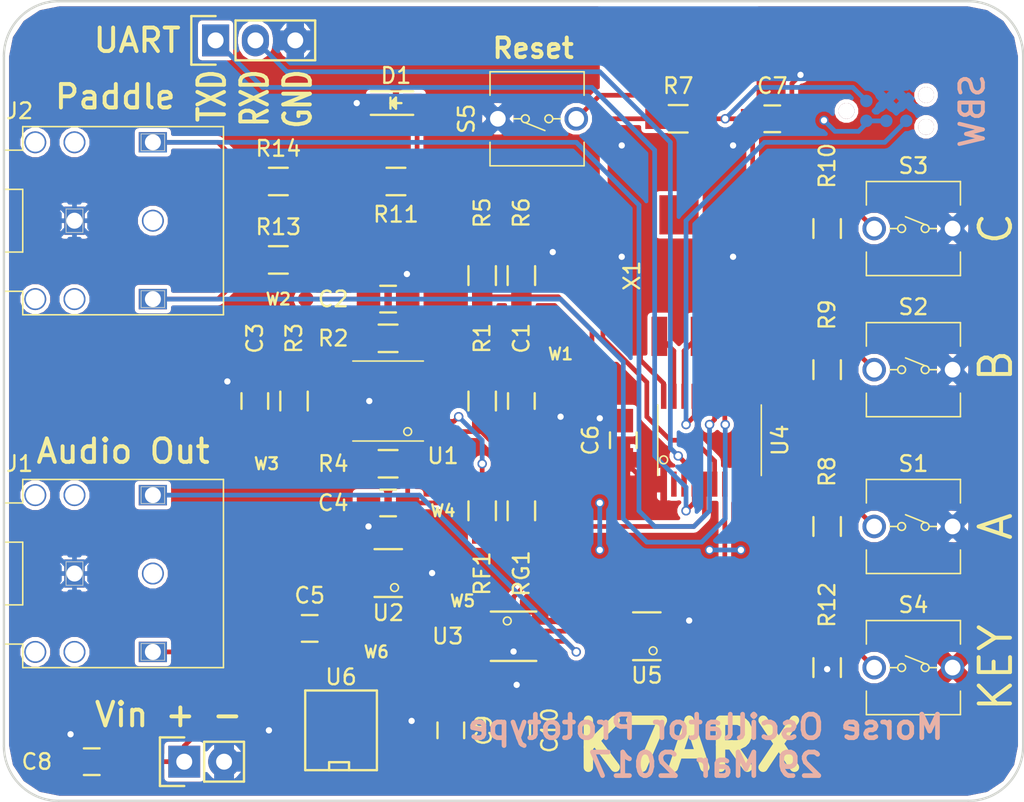
<source format=kicad_pcb>
(kicad_pcb (version 4) (host pcbnew 4.0.5)
  (layers (0 F.Cu signal) (31 B.Cu signal) (34 B.Paste user) (35 F.Paste user) (36 B.SilkS user) (37 F.SilkS user) (38 B.Mask user) (39 F.Mask user) (44 Edge.Cuts user))
  (net 0 "")
  (net 1 "Net-(C1-Pad1)")
  (net 2 GND)
  (net 3 "Net-(C2-Pad1)")
  (net 4 "Net-(C5-Pad1)")
  (net 5 "Net-(C5-Pad2)")
  (net 6 +3V3)
  (net 7 ~RST)
  (net 8 "Net-(D1-Pad2)")
  (net 9 "Net-(J1-Pad3)")
  (net 10 PADDLE_DIT)
  (net 11 PADDLE_DAH)
  (net 12 TXD)
  (net 13 RXD)
  (net 14 TEST)
  (net 15 "Net-(R1-Pad2)")
  (net 16 "Net-(R2-Pad2)")
  (net 17 B1)
  (net 18 B2)
  (net 19 B3)
  (net 20 LED)
  (net 21 "Net-(R12-Pad2)")
  (net 22 "Net-(RF1-Pad1)")
  (net 23 "Net-(U2-Pad1)")
  (net 24 PTT)
  (net 25 MORSE)
  (net 26 "Net-(U4-Pad7)")
  (net 27 "Net-(U4-Pad18)")
  (net 28 "Net-(U4-Pad19)")
  (net 29 "Net-(R5-Pad2)")
  (net 30 "Net-(C3-Pad2)")
  (net 31 "Net-(C4-Pad2)")
  (net 32 "Net-(R3-Pad1)")
  (net 33 "Net-(R4-Pad1)")
  (net 34 VAA)
  (net 35 "Net-(C9-Pad1)")
  (net 36 "Net-(C9-Pad2)")
  (module Capacitors_SMD:C_0805_HandSoldering (layer F.Cu) (at 168 66.5 270)
    (fp_text reference C1 (at -4 0 270) (layer F.SilkS))
    (fp_text value 2.2nF hide)
    (pad 1 smd rect (at -1.25 0 270) (size 1.5 1.25) (layers F.Cu F.Paste F.Mask) (net 1 "Net-(C1-Pad1)"))
    (pad 2 smd rect (at 1.25 0 270) (size 1.5 1.25) (layers F.Cu F.Paste F.Mask) (net 2 GND))
  )
  (module Capacitors_SMD:C_0805_HandSoldering (layer F.Cu) (at 159.5 60)
    (fp_text reference C2 (at -3.5 0) (layer F.SilkS))
    (fp_text value 2.2nF hide)
    (pad 1 smd rect (at -1.25 0) (size 1.5 1.25) (layers F.Cu F.Paste F.Mask) (net 3 "Net-(C2-Pad1)"))
    (pad 2 smd rect (at 1.25 0) (size 1.5 1.25) (layers F.Cu F.Paste F.Mask) (net 2 GND))
  )
  (module Capacitors_SMD:C_0805_HandSoldering (layer F.Cu) (at 151 66.5 270)
    (fp_text reference C3 (at -4 0 270) (layer F.SilkS))
    (fp_text value 2.2nF hide)
    (pad 1 smd rect (at -1.25 0 270) (size 1.5 1.25) (layers F.Cu F.Paste F.Mask) (net 2 GND))
    (pad 2 smd rect (at 1.25 0 270) (size 1.5 1.25) (layers F.Cu F.Paste F.Mask) (net 30 "Net-(C3-Pad2)"))
  )
  (module Capacitors_SMD:C_0805_HandSoldering (layer F.Cu) (at 159.5 73)
    (fp_text reference C4 (at -3.5 0) (layer F.SilkS))
    (fp_text value 2.2nF hide)
    (pad 1 smd rect (at -1.25 0) (size 1.5 1.25) (layers F.Cu F.Paste F.Mask) (net 2 GND))
    (pad 2 smd rect (at 1.25 0) (size 1.5 1.25) (layers F.Cu F.Paste F.Mask) (net 31 "Net-(C4-Pad2)"))
  )
  (module Capacitors_SMD:C_0805_HandSoldering (layer F.Cu) (at 154.5 81)
    (fp_text reference C5 (at 0 -2.1) (layer F.SilkS))
    (fp_text value 10uF hide)
    (pad 1 smd rect (at -1.25 0) (size 1.5 1.25) (layers F.Cu F.Paste F.Mask) (net 4 "Net-(C5-Pad1)"))
    (pad 2 smd rect (at 1.25 0) (size 1.5 1.25) (layers F.Cu F.Paste F.Mask) (net 5 "Net-(C5-Pad2)"))
  )
  (module Capacitors_SMD:C_0805_HandSoldering (layer F.Cu) (at 174.5 69 90)
    (fp_text reference C6 (at 0 -2.1 90) (layer F.SilkS))
    (fp_text value 0.1uF hide)
    (pad 1 smd rect (at -1.25 0 90) (size 1.5 1.25) (layers F.Cu F.Paste F.Mask) (net 6 +3V3))
    (pad 2 smd rect (at 1.25 0 90) (size 1.5 1.25) (layers F.Cu F.Paste F.Mask) (net 2 GND))
  )
  (module Capacitors_SMD:C_0805_HandSoldering (layer F.Cu) (at 184 48.5)
    (fp_text reference C7 (at 0 -2.1) (layer F.SilkS))
    (fp_text value 0.1uF hide)
    (pad 1 smd rect (at -1.25 0) (size 1.5 1.25) (layers F.Cu F.Paste F.Mask) (net 7 ~RST))
    (pad 2 smd rect (at 1.25 0) (size 1.5 1.25) (layers F.Cu F.Paste F.Mask) (net 2 GND))
  )
  (module LEDs:LED_0805 (layer F.Cu) (at 160 47.5)
    (fp_text reference D1 (at 0 -1.75) (layer F.SilkS))
    (fp_text value LED hide)
    (pad 2 smd rect (at 1.04902 0 180) (size 1.19888 1.19888) (layers F.Cu F.Paste F.Mask) (net 8 "Net-(D1-Pad2)"))
    (pad 1 smd rect (at -1.04902 0 180) (size 1.19888 1.19888) (layers F.Cu F.Paste F.Mask) (net 2 GND))
  )
  (module Pin_Headers:Pin_Header_Straight_1x03 (layer F.Cu) (at 148.5 43.5 90)
    (fp_text reference P1 hide)
    (fp_text value UART hide)
    (pad 1 thru_hole rect (at 0 0 90) (size 2.032 1.7272) (drill 1.016) (layers *.Cu *.Mask) (net 12 TXD))
    (pad 2 thru_hole oval (at 0 2.54 90) (size 2.032 1.7272) (drill 1.016) (layers *.Cu *.Mask) (net 13 RXD))
    (pad 3 thru_hole oval (at 0 5.08 90) (size 2.032 1.7272) (drill 1.016) (layers *.Cu *.Mask) (net 2 GND))
  )
  (module k7arx:Tag-Connect_TC2030-NL (layer B.Cu) (at 190 48)
    (fp_text reference P2 hide)
    (fp_text value "SBW JTAG" hide)
    (pad "" np_thru_hole circle (at 3.81 1.016) (size 1 1) (drill 0.991) (layers *.Cu *.Mask B.SilkS))
    (pad "" np_thru_hole circle (at 3.81 -1.016) (size 1 1) (drill 0.991) (layers *.Cu *.Mask B.SilkS))
    (pad "" np_thru_hole circle (at -1.27 0) (size 1 1) (drill 0.991) (layers *.Cu *.Mask B.SilkS))
    (pad 6 smd circle (at 2.54 0.635) (size 0.787 0.787) (layers B.Cu B.Paste B.Mask) (net 14 TEST))
    (pad 5 smd circle (at 2.54 -0.635) (size 0.787 0.787) (layers B.Cu B.Paste B.Mask) (net 2 GND))
    (pad 4 smd circle (at 1.27 0.635) (size 0.787 0.787) (layers B.Cu B.Paste B.Mask) (net 6 +3V3))
    (pad 3 smd circle (at 1.27 -0.635) (size 0.787 0.787) (layers B.Cu B.Paste B.Mask) (net 2 GND))
    (pad 2 smd circle (at 0 0.635) (size 0.787 0.787) (layers B.Cu B.Paste B.Mask) (net 6 +3V3))
    (pad 1 smd circle (at 0 -0.635) (size 0.787 0.787) (layers B.Cu B.Paste B.Mask) (net 7 ~RST))
    (pad 1 smd circle (at 0 -0.635) (size 0.787 0.787) (layers B.Cu B.Paste B.Mask) (net 7 ~RST))
    (pad 2 smd circle (at 0 0.635) (size 0.787 0.787) (layers B.Cu B.Paste B.Mask) (net 6 +3V3))
    (pad 3 smd circle (at 1.27 -0.635) (size 0.787 0.787) (layers B.Cu B.Paste B.Mask) (net 2 GND))
    (pad 4 smd circle (at 1.27 0.635) (size 0.787 0.787) (layers B.Cu B.Paste B.Mask) (net 6 +3V3))
    (pad 5 smd circle (at 2.54 -0.635) (size 0.787 0.787) (layers B.Cu B.Paste B.Mask) (net 2 GND))
    (pad 6 smd circle (at 2.54 0.635) (size 0.787 0.787) (layers B.Cu B.Paste B.Mask) (net 14 TEST))
    (pad "" np_thru_hole circle (at -1.27 0) (size 1 1) (drill 0.991) (layers *.Cu *.Mask B.SilkS))
    (pad "" np_thru_hole circle (at 3.81 -1.016) (size 1 1) (drill 0.991) (layers *.Cu *.Mask B.SilkS))
    (pad "" np_thru_hole circle (at 3.81 1.016) (size 1 1) (drill 0.991) (layers *.Cu *.Mask B.SilkS))
  )
  (module Resistors_SMD:R_0805_HandSoldering (layer F.Cu) (at 165.5 66.5 270)
    (fp_text reference R1 (at -4 0 270) (layer F.SilkS))
    (fp_text value 105k hide)
    (pad 1 smd rect (at -1.35 0 270) (size 1.5 1.3) (layers F.Cu F.Paste F.Mask) (net 1 "Net-(C1-Pad1)"))
    (pad 2 smd rect (at 1.35 0 270) (size 1.5 1.3) (layers F.Cu F.Paste F.Mask) (net 15 "Net-(R1-Pad2)"))
  )
  (module Resistors_SMD:R_0805_HandSoldering (layer F.Cu) (at 159.5 62.5)
    (fp_text reference R2 (at -3.5 0) (layer F.SilkS))
    (fp_text value 105k hide)
    (pad 1 smd rect (at -1.35 0) (size 1.5 1.3) (layers F.Cu F.Paste F.Mask) (net 3 "Net-(C2-Pad1)"))
    (pad 2 smd rect (at 1.35 0) (size 1.5 1.3) (layers F.Cu F.Paste F.Mask) (net 16 "Net-(R2-Pad2)"))
  )
  (module Resistors_SMD:R_0805_HandSoldering (layer F.Cu) (at 153.5 66.5 270)
    (fp_text reference R3 (at -4 0 270) (layer F.SilkS))
    (fp_text value 105k hide)
    (pad 1 smd rect (at -1.35 0 270) (size 1.5 1.3) (layers F.Cu F.Paste F.Mask) (net 32 "Net-(R3-Pad1)"))
    (pad 2 smd rect (at 1.35 0 270) (size 1.5 1.3) (layers F.Cu F.Paste F.Mask) (net 30 "Net-(C3-Pad2)"))
  )
  (module Resistors_SMD:R_0805_HandSoldering (layer F.Cu) (at 159.5 70.5)
    (fp_text reference R4 (at -3.5 0) (layer F.SilkS))
    (fp_text value 105k hide)
    (pad 1 smd rect (at -1.35 0) (size 1.5 1.3) (layers F.Cu F.Paste F.Mask) (net 33 "Net-(R4-Pad1)"))
    (pad 2 smd rect (at 1.35 0) (size 1.5 1.3) (layers F.Cu F.Paste F.Mask) (net 31 "Net-(C4-Pad2)"))
  )
  (module Resistors_SMD:R_0805_HandSoldering (layer F.Cu) (at 165.5 58.5 270)
    (fp_text reference R5 (at -4 0 270) (layer F.SilkS))
    (fp_text value 47k hide)
    (pad 1 smd rect (at -1.35 0 270) (size 1.5 1.3) (layers F.Cu F.Paste F.Mask) (net 6 +3V3))
    (pad 2 smd rect (at 1.35 0 270) (size 1.5 1.3) (layers F.Cu F.Paste F.Mask) (net 29 "Net-(R5-Pad2)"))
  )
  (module Resistors_SMD:R_0805_HandSoldering (layer F.Cu) (at 168 58.5 270)
    (fp_text reference R6 (at -4 0 270) (layer F.SilkS))
    (fp_text value 47k hide)
    (pad 1 smd rect (at -1.35 0 270) (size 1.5 1.3) (layers F.Cu F.Paste F.Mask) (net 2 GND))
    (pad 2 smd rect (at 1.35 0 270) (size 1.5 1.3) (layers F.Cu F.Paste F.Mask) (net 29 "Net-(R5-Pad2)"))
  )
  (module Resistors_SMD:R_0805_HandSoldering (layer F.Cu) (at 178 48.5)
    (fp_text reference R7 (at 0 -2.1) (layer F.SilkS))
    (fp_text value 47k hide)
    (pad 1 smd rect (at -1.35 0) (size 1.5 1.3) (layers F.Cu F.Paste F.Mask) (net 6 +3V3))
    (pad 2 smd rect (at 1.35 0) (size 1.5 1.3) (layers F.Cu F.Paste F.Mask) (net 7 ~RST))
  )
  (module Resistors_SMD:R_0805_HandSoldering (layer F.Cu) (at 187.5 74.5 270)
    (fp_text reference R8 (at -3.5 0 270) (layer F.SilkS))
    (fp_text value 47k hide)
    (pad 1 smd rect (at -1.35 0 270) (size 1.5 1.3) (layers F.Cu F.Paste F.Mask) (net 17 B1))
    (pad 2 smd rect (at 1.35 0 270) (size 1.5 1.3) (layers F.Cu F.Paste F.Mask) (net 6 +3V3))
  )
  (module Resistors_SMD:R_0805_HandSoldering (layer F.Cu) (at 187.5 64.5 270)
    (fp_text reference R9 (at -3.5 0 270) (layer F.SilkS))
    (fp_text value 47k hide)
    (pad 1 smd rect (at -1.35 0 270) (size 1.5 1.3) (layers F.Cu F.Paste F.Mask) (net 18 B2))
    (pad 2 smd rect (at 1.35 0 270) (size 1.5 1.3) (layers F.Cu F.Paste F.Mask) (net 6 +3V3))
  )
  (module Resistors_SMD:R_0805_HandSoldering (layer F.Cu) (at 187.5 55.5 270)
    (fp_text reference R10 (at -4 0 270) (layer F.SilkS))
    (fp_text value 47k hide)
    (pad 1 smd rect (at -1.35 0 270) (size 1.5 1.3) (layers F.Cu F.Paste F.Mask) (net 19 B3))
    (pad 2 smd rect (at 1.35 0 270) (size 1.5 1.3) (layers F.Cu F.Paste F.Mask) (net 6 +3V3))
  )
  (module Resistors_SMD:R_0805_HandSoldering (layer F.Cu) (at 160 52.5 180)
    (fp_text reference R11 (at 0 -2.1 180) (layer F.SilkS))
    (fp_text value 470 hide)
    (pad 1 smd rect (at -1.35 0 180) (size 1.5 1.3) (layers F.Cu F.Paste F.Mask) (net 8 "Net-(D1-Pad2)"))
    (pad 2 smd rect (at 1.35 0 180) (size 1.5 1.3) (layers F.Cu F.Paste F.Mask) (net 20 LED))
  )
  (module Resistors_SMD:R_0805_HandSoldering (layer F.Cu) (at 187.5 83.5 90)
    (fp_text reference R12 (at 4 0 90) (layer F.SilkS))
    (fp_text value 47k hide)
    (pad 1 smd rect (at -1.35 0 90) (size 1.5 1.3) (layers F.Cu F.Paste F.Mask) (net 2 GND))
    (pad 2 smd rect (at 1.35 0 90) (size 1.5 1.3) (layers F.Cu F.Paste F.Mask) (net 21 "Net-(R12-Pad2)"))
  )
  (module Resistors_SMD:R_0805_HandSoldering (layer F.Cu) (at 152.5 57.5)
    (fp_text reference R13 (at 0 -2.1) (layer F.SilkS))
    (fp_text value 47k hide)
    (pad 1 smd rect (at -1.35 0) (size 1.5 1.3) (layers F.Cu F.Paste F.Mask) (net 10 PADDLE_DIT))
    (pad 2 smd rect (at 1.35 0) (size 1.5 1.3) (layers F.Cu F.Paste F.Mask) (net 6 +3V3))
  )
  (module Resistors_SMD:R_0805_HandSoldering (layer F.Cu) (at 152.5 52.5)
    (fp_text reference R14 (at 0 -2.1) (layer F.SilkS))
    (fp_text value 47k hide)
    (pad 1 smd rect (at -1.35 0) (size 1.5 1.3) (layers F.Cu F.Paste F.Mask) (net 11 PADDLE_DAH))
    (pad 2 smd rect (at 1.35 0) (size 1.5 1.3) (layers F.Cu F.Paste F.Mask) (net 6 +3V3))
  )
  (module Resistors_SMD:R_0805_HandSoldering (layer F.Cu) (at 165.5 73.5 270)
    (fp_text reference RF1 (at 4 0 270) (layer F.SilkS))
    (fp_text value 360k hide)
    (pad 1 smd rect (at -1.35 0 270) (size 1.5 1.3) (layers F.Cu F.Paste F.Mask) (net 22 "Net-(RF1-Pad1)"))
    (pad 2 smd rect (at 1.35 0 270) (size 1.5 1.3) (layers F.Cu F.Paste F.Mask) (net 31 "Net-(C4-Pad2)"))
  )
  (module Resistors_SMD:R_0805_HandSoldering (layer F.Cu) (at 168 73.5 270)
    (fp_text reference RG1 (at 4 0 270) (layer F.SilkS))
    (fp_text value 1.5M hide)
    (pad 1 smd rect (at -1.35 0 270) (size 1.5 1.3) (layers F.Cu F.Paste F.Mask) (net 22 "Net-(RF1-Pad1)"))
    (pad 2 smd rect (at 1.35 0 270) (size 1.5 1.3) (layers F.Cu F.Paste F.Mask) (net 15 "Net-(R1-Pad2)"))
  )
  (module k7arx:SPST-EVQ2 (layer F.Cu) (at 193 74.5 90)
    (fp_text reference S1 (at 4 0 180) (layer F.SilkS))
    (fp_text value TactileSwitch_NO hide)
    (pad 1 thru_hole circle (at 0 2.5 90) (size 1.5 1.5) (drill 1) (layers *.Cu *.Mask) (net 2 GND))
    (pad 2 thru_hole circle (at 0 -2.5 90) (size 1.5 1.5) (drill 1) (layers *.Cu *.Mask) (net 17 B1))
  )
  (module k7arx:SPST-EVQ2 (layer F.Cu) (at 193 64.5 90)
    (fp_text reference S2 (at 4 0 180) (layer F.SilkS))
    (fp_text value TactileSwitch_NO hide)
    (pad 1 thru_hole circle (at 0 2.5 90) (size 1.5 1.5) (drill 1) (layers *.Cu *.Mask) (net 2 GND))
    (pad 2 thru_hole circle (at 0 -2.5 90) (size 1.5 1.5) (drill 1) (layers *.Cu *.Mask) (net 18 B2))
  )
  (module k7arx:SPST-EVQ2 (layer F.Cu) (at 193 55.5 90)
    (fp_text reference S3 (at 4 0 180) (layer F.SilkS))
    (fp_text value TactileSwitch_NO hide)
    (pad 1 thru_hole circle (at 0 2.5 90) (size 1.5 1.5) (drill 1) (layers *.Cu *.Mask) (net 2 GND))
    (pad 2 thru_hole circle (at 0 -2.5 90) (size 1.5 1.5) (drill 1) (layers *.Cu *.Mask) (net 19 B3))
  )
  (module k7arx:SPST-EVQ2 (layer F.Cu) (at 193 83.5 90)
    (fp_text reference S4 (at 4 0 180) (layer F.SilkS))
    (fp_text value TactileSwitch_NO hide)
    (pad 1 thru_hole circle (at 0 2.5 90) (size 1.5 1.5) (drill 1) (layers *.Cu *.Mask) (net 6 +3V3))
    (pad 2 thru_hole circle (at 0 -2.5 90) (size 1.5 1.5) (drill 1) (layers *.Cu *.Mask) (net 21 "Net-(R12-Pad2)"))
  )
  (module k7arx:SPST-EVQ2 (layer F.Cu) (at 169 48.5 270)
    (fp_text reference S5 (at 0 4.5 270) (layer F.SilkS))
    (fp_text value TactileSwitch_NO hide)
    (pad 1 thru_hole circle (at 0 2.5 270) (size 1.5 1.5) (drill 1) (layers *.Cu *.Mask) (net 2 GND))
    (pad 2 thru_hole circle (at 0 -2.5 270) (size 1.5 1.5) (drill 1) (layers *.Cu *.Mask) (net 7 ~RST))
  )
  (module texas-instruments:PW-14 (layer F.Cu) (at 159.5 66.5 90)
    (fp_text reference U1 (at -3.5 3.5 180) (layer F.SilkS))
    (fp_text value OPA4322 hide)
    (pad 1 smd rect (at -1.95 2.8 90) (size 0.35 1.6) (layers F.Cu F.Paste F.Mask) (net 15 "Net-(R1-Pad2)"))
    (pad 2 smd rect (at -1.3 2.8 90) (size 0.35 1.6) (layers F.Cu F.Paste F.Mask) (net 22 "Net-(RF1-Pad1)"))
    (pad 3 smd rect (at -0.65 2.8 90) (size 0.35 1.6) (layers F.Cu F.Paste F.Mask) (net 29 "Net-(R5-Pad2)"))
    (pad 4 smd rect (at 0 2.8 90) (size 0.35 1.6) (layers F.Cu F.Paste F.Mask) (net 6 +3V3))
    (pad 5 smd rect (at 0.65 2.8 90) (size 0.35 1.6) (layers F.Cu F.Paste F.Mask) (net 1 "Net-(C1-Pad1)"))
    (pad 6 smd rect (at 1.3 2.8 90) (size 0.35 1.6) (layers F.Cu F.Paste F.Mask) (net 16 "Net-(R2-Pad2)"))
    (pad 7 smd rect (at 1.95 2.8 90) (size 0.35 1.6) (layers F.Cu F.Paste F.Mask) (net 16 "Net-(R2-Pad2)"))
    (pad 8 smd rect (at 1.95 -2.8 90) (size 0.35 1.6) (layers F.Cu F.Paste F.Mask) (net 32 "Net-(R3-Pad1)"))
    (pad 9 smd rect (at 1.3 -2.8 90) (size 0.35 1.6) (layers F.Cu F.Paste F.Mask) (net 32 "Net-(R3-Pad1)"))
    (pad 10 smd rect (at 0.65 -2.8 90) (size 0.35 1.6) (layers F.Cu F.Paste F.Mask) (net 3 "Net-(C2-Pad1)"))
    (pad 11 smd rect (at 0 -2.8 90) (size 0.35 1.6) (layers F.Cu F.Paste F.Mask) (net 2 GND))
    (pad 12 smd rect (at -0.65 -2.8 90) (size 0.35 1.6) (layers F.Cu F.Paste F.Mask) (net 30 "Net-(C3-Pad2)"))
    (pad 13 smd rect (at -1.3 -2.8 90) (size 0.35 1.6) (layers F.Cu F.Paste F.Mask) (net 33 "Net-(R4-Pad1)"))
    (pad 14 smd rect (at -1.95 -2.8 90) (size 0.35 1.6) (layers F.Cu F.Paste F.Mask) (net 33 "Net-(R4-Pad1)"))
  )
  (module texas-instruments:DBV (layer F.Cu) (at 159.512 77.47 90)
    (fp_text reference U2 (at -2.54 0 180) (layer F.SilkS))
    (fp_text value OPA322 hide)
    (pad 5 smd rect (at -0.95 -1.35 90) (size 0.6 1.05) (layers F.Cu F.Paste F.Mask) (net 6 +3V3))
    (pad 4 smd rect (at 0.95 -1.35 90) (size 0.6 1.05) (layers F.Cu F.Paste F.Mask) (net 23 "Net-(U2-Pad1)"))
    (pad 1 smd rect (at -0.95 1.35 90) (size 0.6 1.05) (layers F.Cu F.Paste F.Mask) (net 23 "Net-(U2-Pad1)"))
    (pad 2 smd rect (at 0 1.35 90) (size 0.6 1.05) (layers F.Cu F.Paste F.Mask) (net 2 GND))
    (pad 3 smd rect (at 0.95 1.35 90) (size 0.6 1.05) (layers F.Cu F.Paste F.Mask) (net 31 "Net-(C4-Pad2)"))
  )
  (module texas-instruments:DCT (layer F.Cu) (at 167.5 81.5 270)
    (fp_text reference U3 (at 0 4.2 360) (layer F.SilkS))
    (fp_text value TS5A2066 hide)
    (pad 1 smd rect (at -0.975 1.7 270) (size 0.3 1.6) (layers F.Cu F.Paste F.Mask) (net 23 "Net-(U2-Pad1)"))
    (pad 2 smd rect (at -0.325 1.7 270) (size 0.3 1.6) (layers F.Cu F.Paste F.Mask) (net 5 "Net-(C5-Pad2)"))
    (pad 3 smd rect (at 0.325 1.7 270) (size 0.3 1.6) (layers F.Cu F.Paste F.Mask) (net 24 PTT))
    (pad 4 smd rect (at 0.975 1.7 270) (size 0.3 1.6) (layers F.Cu F.Paste F.Mask) (net 2 GND))
    (pad 5 smd rect (at 0.975 -1.7 270) (size 0.3 1.6) (layers F.Cu F.Paste F.Mask) (net 2 GND))
    (pad 6 smd rect (at 0.325 -1.7 270) (size 0.3 1.6) (layers F.Cu F.Paste F.Mask) (net 9 "Net-(J1-Pad3)"))
    (pad 7 smd rect (at -0.325 -1.7 270) (size 0.3 1.6) (layers F.Cu F.Paste F.Mask) (net 25 MORSE))
    (pad 8 smd rect (at -0.975 -1.7 270) (size 0.3 1.6) (layers F.Cu F.Paste F.Mask) (net 6 +3V3))
  )
  (module texas-instruments:PW-20 (layer F.Cu) (at 180 69)
    (fp_text reference U4 (at 4.5 0 90) (layer F.SilkS))
    (fp_text value MSP430G2x53 hide)
    (pad 1 smd rect (at -2.925 2.8) (size 0.35 1.6) (layers F.Cu F.Paste F.Mask) (net 6 +3V3))
    (pad 2 smd rect (at -2.275 2.8) (size 0.35 1.6) (layers F.Cu F.Paste F.Mask))
    (pad 3 smd rect (at -1.625 2.8) (size 0.35 1.6) (layers F.Cu F.Paste F.Mask) (net 13 RXD))
    (pad 4 smd rect (at -0.975 2.8) (size 0.35 1.6) (layers F.Cu F.Paste F.Mask) (net 12 TXD))
    (pad 5 smd rect (at -0.325 2.8) (size 0.35 1.6) (layers F.Cu F.Paste F.Mask) (net 24 PTT))
    (pad 6 smd rect (at 0.325 2.8) (size 0.35 1.6) (layers F.Cu F.Paste F.Mask) (net 20 LED))
    (pad 7 smd rect (at 0.975 2.8) (size 0.35 1.6) (layers F.Cu F.Paste F.Mask) (net 26 "Net-(U4-Pad7)"))
    (pad 8 smd rect (at 1.625 2.8) (size 0.35 1.6) (layers F.Cu F.Paste F.Mask))
    (pad 9 smd rect (at 2.275 2.8) (size 0.35 1.6) (layers F.Cu F.Paste F.Mask))
    (pad 10 smd rect (at 2.925 2.8) (size 0.35 1.6) (layers F.Cu F.Paste F.Mask))
    (pad 11 smd rect (at 2.925 -2.8) (size 0.35 1.6) (layers F.Cu F.Paste F.Mask) (net 17 B1))
    (pad 12 smd rect (at 2.275 -2.8) (size 0.35 1.6) (layers F.Cu F.Paste F.Mask) (net 18 B2))
    (pad 13 smd rect (at 1.625 -2.8) (size 0.35 1.6) (layers F.Cu F.Paste F.Mask) (net 19 B3))
    (pad 14 smd rect (at 0.975 -2.8) (size 0.35 1.6) (layers F.Cu F.Paste F.Mask) (net 10 PADDLE_DIT))
    (pad 15 smd rect (at 0.325 -2.8) (size 0.35 1.6) (layers F.Cu F.Paste F.Mask) (net 11 PADDLE_DAH))
    (pad 16 smd rect (at -0.325 -2.8) (size 0.35 1.6) (layers F.Cu F.Paste F.Mask) (net 7 ~RST))
    (pad 17 smd rect (at -0.975 -2.8) (size 0.35 1.6) (layers F.Cu F.Paste F.Mask) (net 14 TEST))
    (pad 18 smd rect (at -1.625 -2.8) (size 0.35 1.6) (layers F.Cu F.Paste F.Mask) (net 27 "Net-(U4-Pad18)"))
    (pad 19 smd rect (at -2.275 -2.8) (size 0.35 1.6) (layers F.Cu F.Paste F.Mask) (net 28 "Net-(U4-Pad19)"))
    (pad 20 smd rect (at -2.925 -2.8) (size 0.35 1.6) (layers F.Cu F.Paste F.Mask) (net 2 GND))
  )
  (module texas-instruments:DBV (layer F.Cu) (at 176 81.5 90)
    (fp_text reference U5 (at -2.5 0 180) (layer F.SilkS))
    (fp_text value SN74AHC1G32 hide)
    (pad 5 smd rect (at -0.95 -1.35 90) (size 0.6 1.05) (layers F.Cu F.Paste F.Mask) (net 6 +3V3))
    (pad 4 smd rect (at 0.95 -1.35 90) (size 0.6 1.05) (layers F.Cu F.Paste F.Mask) (net 25 MORSE))
    (pad 1 smd rect (at -0.95 1.35 90) (size 0.6 1.05) (layers F.Cu F.Paste F.Mask) (net 26 "Net-(U4-Pad7)"))
    (pad 2 smd rect (at 0 1.35 90) (size 0.6 1.05) (layers F.Cu F.Paste F.Mask) (net 21 "Net-(R12-Pad2)"))
    (pad 3 smd rect (at 0.95 1.35 90) (size 0.6 1.05) (layers F.Cu F.Paste F.Mask) (net 2 GND))
  )
  (module k7arx:XTAL-CMR200T (layer F.Cu) (at 178.05 58.5 270)
    (fp_text reference X1 (at 0 3 270) (layer F.SilkS))
    (fp_text value Crystal hide)
    (pad ~ smd rect (at -3.875 0 270) (size 2.5 2.5) (layers F.Cu F.Paste F.Mask))
    (pad 2 smd rect (at 3.875 -1.25 270) (size 2.5 1) (layers F.Cu F.Paste F.Mask) (net 27 "Net-(U4-Pad18)"))
    (pad 1 smd rect (at 3.875 1.25 270) (size 2.5 1) (layers F.Cu F.Paste F.Mask) (net 28 "Net-(U4-Pad19)"))
  )
  (module Capacitors_SMD:C_0805_HandSoldering (layer F.Cu) (at 140.6 89.5)
    (fp_text reference C8 (at -3.5 0) (layer F.SilkS))
    (fp_text value 1uF hide)
    (pad 1 smd rect (at -1.25 0) (size 1.5 1.25) (layers F.Cu F.Paste F.Mask) (net 2 GND))
    (pad 2 smd rect (at 1.25 0) (size 1.5 1.25) (layers F.Cu F.Paste F.Mask) (net 34 VAA))
  )
  (module Capacitors_SMD:C_0805_HandSoldering (layer F.Cu) (at 163.5 87.5 270)
    (fp_text reference C9 (at 0 -2.1 270) (layer F.SilkS))
    (fp_text value 0.01uF hide)
    (pad 1 smd rect (at -1.25 0 270) (size 1.5 1.25) (layers F.Cu F.Paste F.Mask) (net 35 "Net-(C9-Pad1)"))
    (pad 2 smd rect (at 1.25 0 270) (size 1.5 1.25) (layers F.Cu F.Paste F.Mask) (net 36 "Net-(C9-Pad2)"))
  )
  (module Capacitors_SMD:C_0805_HandSoldering (layer F.Cu) (at 167.7 87.5 270)
    (fp_text reference C10 (at 0 -2.1 270) (layer F.SilkS))
    (fp_text value 10uF hide)
    (pad 1 smd rect (at -1.25 0 270) (size 1.5 1.25) (layers F.Cu F.Paste F.Mask) (net 2 GND))
    (pad 2 smd rect (at 1.25 0 270) (size 1.5 1.25) (layers F.Cu F.Paste F.Mask) (net 6 +3V3))
  )
  (module Pin_Headers:Pin_Header_Straight_1x02 (layer F.Cu) (at 146.5 89.5 90)
    (fp_text reference P3 hide)
    (fp_text value Power hide)
    (pad 1 thru_hole rect (at 0 0 90) (size 2.032 2.032) (drill 1.016) (layers *.Cu *.Mask) (net 34 VAA))
    (pad 2 thru_hole oval (at 0 2.54 90) (size 2.032 2.032) (drill 1.016) (layers *.Cu *.Mask) (net 2 GND))
  )
  (module SMD_Packages:SOIC-8-N (layer F.Cu) (at 156.5 87.5 90)
    (fp_text reference U6 (at 3.4 0 180) (layer F.SilkS))
    (fp_text value LT1763 hide)
    (pad 8 smd rect (at -1.905 -3.175 90) (size 0.508 1.143) (layers F.Cu F.Paste F.Mask) (net 34 VAA))
    (pad 7 smd rect (at -0.635 -3.175 90) (size 0.508 1.143) (layers F.Cu F.Paste F.Mask) (net 2 GND))
    (pad 6 smd rect (at 0.635 -3.175 90) (size 0.508 1.143) (layers F.Cu F.Paste F.Mask) (net 2 GND))
    (pad 5 smd rect (at 1.905 -3.175 90) (size 0.508 1.143) (layers F.Cu F.Paste F.Mask) (net 34 VAA))
    (pad 4 smd rect (at 1.905 3.175 90) (size 0.508 1.143) (layers F.Cu F.Paste F.Mask) (net 35 "Net-(C9-Pad1)"))
    (pad 3 smd rect (at 0.635 3.175 90) (size 0.508 1.143) (layers F.Cu F.Paste F.Mask) (net 2 GND))
    (pad 2 smd rect (at -0.635 3.175 90) (size 0.508 1.143) (layers F.Cu F.Paste F.Mask) (net 36 "Net-(C9-Pad2)"))
    (pad 1 smd rect (at -1.905 3.175 90) (size 0.508 1.143) (layers F.Cu F.Paste F.Mask) (net 6 +3V3))
  )
  (module k7arx:Jack-TRS-SJ1-3523N (layer F.Cu) (at 135 55)
    (fp_text reference J2 (at 1 -7) (layer F.SilkS))
    (fp_text value "Paddle Jack" hide)
    (pad ~ thru_hole circle (at 2 -5) (size 1.4 1.4) (drill 1.2) (layers *.Cu *.Mask))
    (pad ~ thru_hole circle (at 4.5 -5) (size 1.4 1.4) (drill 1.2) (layers *.Cu *.Mask))
    (pad ~ thru_hole circle (at 2 5) (size 1.4 1.4) (drill 1.2) (layers *.Cu *.Mask))
    (pad ~ thru_hole circle (at 4.5 5) (size 1.4 1.4) (drill 1.2) (layers *.Cu *.Mask))
    (pad ~ thru_hole circle (at 9.5 0) (size 1.4 1.4) (drill 1.2) (layers *.Cu *.Mask))
    (pad 1 thru_hole rect (at 4.5 0) (size 1.3 1.8) (drill 1.016) (layers *.Cu *.Mask) (net 2 GND))
    (pad 2 thru_hole rect (at 9.5 5) (size 1.8 1.3) (drill 1.016) (layers *.Cu *.Mask) (net 10 PADDLE_DIT))
    (pad 3 thru_hole rect (at 9.5 -5) (size 1.8 1.3) (drill 1.016) (layers *.Cu *.Mask) (net 11 PADDLE_DAH))
  )
  (module k7arx:Jack-TRS-SJ1-3523N (layer F.Cu) (at 135 77.5)
    (fp_text reference J1 (at 1 -7) (layer F.SilkS))
    (fp_text value "Audio Out Jack" hide)
    (pad ~ thru_hole circle (at 2 -5) (size 1.4 1.4) (drill 1.2) (layers *.Cu *.Mask))
    (pad ~ thru_hole circle (at 4.5 -5) (size 1.4 1.4) (drill 1.2) (layers *.Cu *.Mask))
    (pad ~ thru_hole circle (at 2 5) (size 1.4 1.4) (drill 1.2) (layers *.Cu *.Mask))
    (pad ~ thru_hole circle (at 4.5 5) (size 1.4 1.4) (drill 1.2) (layers *.Cu *.Mask))
    (pad ~ thru_hole circle (at 9.5 0) (size 1.4 1.4) (drill 1.2) (layers *.Cu *.Mask))
    (pad 1 thru_hole rect (at 4.5 0) (size 1.3 1.8) (drill 1.016) (layers *.Cu *.Mask) (net 2 GND))
    (pad 2 thru_hole rect (at 9.5 5) (size 1.8 1.3) (drill 1.016) (layers *.Cu *.Mask) (net 4 "Net-(C5-Pad1)"))
    (pad 3 thru_hole rect (at 9.5 -5) (size 1.8 1.3) (drill 1.016) (layers *.Cu *.Mask) (net 9 "Net-(J1-Pad3)"))
  )
  (module k7arx:Test_Point (layer F.Cu) (at 170.5 65)
    (fp_text reference W1 (at 0 -1.5) (layer F.SilkS) (effects (font (size 0.75 0.75))))
    (fp_text value Stage1 hide)
    (pad 1 smd circle (at 0 0) (size 1 1) (layers F.Cu F.Paste F.Mask) (net 1 "Net-(C1-Pad1)"))
  )
  (module k7arx:Test_Point (layer F.Cu) (at 154.25 60)
    (fp_text reference W2 (at -1.75 0) (layer F.SilkS) (effects (font (size 0.75 0.75))))
    (fp_text value Stage2 hide)
    (pad 1 smd circle (at 0 0) (size 1 1) (layers F.Cu F.Paste F.Mask) (net 3 "Net-(C2-Pad1)"))
  )
  (module k7arx:Test_Point (layer F.Cu) (at 153.5 70.5)
    (fp_text reference W3 (at -1.75 0) (layer F.SilkS) (effects (font (size 0.75 0.75))))
    (fp_text value Stage3 hide)
    (pad 1 smd circle (at 0 0) (size 1 1) (layers F.Cu F.Paste F.Mask) (net 30 "Net-(C3-Pad2)"))
  )
  (module k7arx:Test_Point (layer F.Cu) (at 163 72)
    (fp_text reference W4 (at 0 1.5) (layer F.SilkS) (effects (font (size 0.75 0.75))))
    (fp_text value Stage4 hide)
    (pad 1 smd circle (at 0 0) (size 1 1) (layers F.Cu F.Paste F.Mask) (net 31 "Net-(C4-Pad2)"))
  )
  (module k7arx:Test_Point (layer F.Cu) (at 162.5 79.25)
    (fp_text reference W5 (at 1.75 0) (layer F.SilkS) (effects (font (size 0.75 0.75))))
    (fp_text value OSC hide)
    (pad 1 smd circle (at 0 0) (size 1 1) (layers F.Cu F.Paste F.Mask) (net 23 "Net-(U2-Pad1)"))
  )
  (module k7arx:Test_Point (layer F.Cu) (at 160.5 82.5)
    (fp_text reference W6 (at -1.75 0) (layer F.SilkS) (effects (font (size 0.75 0.75))))
    (fp_text value AOut hide)
    (pad 1 smd circle (at 0 0) (size 1 1) (layers F.Cu F.Paste F.Mask) (net 5 "Net-(C5-Pad2)"))
  )
  (gr_arc (start 138.5 44.5) (end 135 44.5) (angle 90) (layer Edge.Cuts) (width 0.15))
  (gr_arc (start 196.5 44.5) (end 196.5 41) (angle 90) (layer Edge.Cuts) (width 0.15))
  (gr_arc (start 196.5 88.5) (end 200 88.5) (angle 90) (layer Edge.Cuts) (width 0.15))
  (gr_arc (start 138.5 88.5) (end 138.5 92) (angle 90) (layer Edge.Cuts) (width 0.15))
  (gr_line (start 196.5 92) (end 138.5 92) (angle 90) (layer Edge.Cuts) (width 0.15))
  (gr_line (start 200 44.5) (end 200 88.5) (angle 90) (layer Edge.Cuts) (width 0.15))
  (gr_line (start 138.5 41) (end 196.5 41) (angle 90) (layer Edge.Cuts) (width 0.15))
  (gr_line (start 135 88.5) (end 135 44.5) (angle 90) (layer Edge.Cuts) (width 0.15))
  (gr_text "Morse Oscillator Prototype\n29 Mar 2017" (at 179.75 88.5) (layer B.SilkS) (effects (font (size 1.5 1.5) (thickness 0.3)) (justify mirror)))
  (gr_text Reset (at 168.75 44) (layer F.SilkS) (effects (font (size 1.25 1.25) (thickness 0.25))))
  (gr_text C (at 198.25 55.5 90) (layer F.SilkS) (effects (font (size 2 2) (thickness 0.25))))
  (gr_text B (at 198.25 64.25 90) (layer F.SilkS) (effects (font (size 2 2) (thickness 0.25))))
  (gr_text A (at 198.25 74.5 90) (layer F.SilkS) (effects (font (size 2 2) (thickness 0.25))))
  (gr_text KEY (at 198.25 83.5 90) (layer F.SilkS) (effects (font (size 2 2) (thickness 0.25))))
  (gr_line (start 140.035 76.75) (end 138.965 76.75) (angle 90) (layer Edge.Cuts) (width 0.05))
  (gr_line (start 140.035 78.25) (end 140.035 76.75) (angle 90) (layer Edge.Cuts) (width 0.05))
  (gr_line (start 138.965 78.25) (end 140.035 78.25) (angle 90) (layer Edge.Cuts) (width 0.05))
  (gr_line (start 138.965 76.75) (end 138.965 78.25) (angle 90) (layer Edge.Cuts) (width 0.05))
  (gr_line (start 145.25 81.965) (end 143.75 81.965) (angle 90) (layer Edge.Cuts) (width 0.05))
  (gr_line (start 145.25 83.035) (end 145.25 81.965) (angle 90) (layer Edge.Cuts) (width 0.05))
  (gr_line (start 143.75 83.035) (end 145.25 83.035) (angle 90) (layer Edge.Cuts) (width 0.05))
  (gr_line (start 143.75 81.965) (end 143.75 83.035) (angle 90) (layer Edge.Cuts) (width 0.05))
  (gr_line (start 145.25 73.035) (end 143.75 73.035) (angle 90) (layer Edge.Cuts) (width 0.05))
  (gr_line (start 145.25 71.965) (end 145.25 73.035) (angle 90) (layer Edge.Cuts) (width 0.05))
  (gr_line (start 143.75 71.965) (end 145.25 71.965) (angle 90) (layer Edge.Cuts) (width 0.05))
  (gr_line (start 143.75 73.035) (end 143.75 71.965) (angle 90) (layer Edge.Cuts) (width 0.05))
  (gr_line (start 140.035 54.25) (end 138.965 54.25) (angle 90) (layer Edge.Cuts) (width 0.05))
  (gr_line (start 140.035 55.75) (end 140.035 54.25) (angle 90) (layer Edge.Cuts) (width 0.05))
  (gr_line (start 138.965 55.75) (end 140.035 55.75) (angle 90) (layer Edge.Cuts) (width 0.05))
  (gr_line (start 138.965 54.25) (end 138.965 55.75) (angle 90) (layer Edge.Cuts) (width 0.05))
  (gr_line (start 145.25 59.465) (end 143.75 59.465) (angle 90) (layer Edge.Cuts) (width 0.05))
  (gr_line (start 145.25 60.535) (end 145.25 59.465) (angle 90) (layer Edge.Cuts) (width 0.05))
  (gr_line (start 143.75 60.535) (end 145.25 60.535) (angle 90) (layer Edge.Cuts) (width 0.05))
  (gr_line (start 143.75 59.465) (end 143.75 60.535) (angle 90) (layer Edge.Cuts) (width 0.05))
  (gr_line (start 145.25 49.465) (end 143.75 49.465) (angle 90) (layer Edge.Cuts) (width 0.05))
  (gr_line (start 143.75 49.465) (end 143.75 50.535) (angle 90) (layer Edge.Cuts) (width 0.05))
  (gr_line (start 145.25 50.535) (end 145.25 49.465) (angle 90) (layer Edge.Cuts) (width 0.05))
  (gr_line (start 143.75 50.535) (end 145.25 50.535) (angle 90) (layer Edge.Cuts) (width 0.05))
  (gr_text SBW (at 196.75 48 90) (layer B.SilkS) (effects (font (size 1.5 1.5) (thickness 0.25)) (justify mirror)))
  (gr_text UART (at 143.5 43.5) (layer F.SilkS) (effects (font (size 1.5 1.5) (thickness 0.25))))
  (gr_text "TXD\nRXD\nGND" (at 151 45.25 90) (layer F.SilkS) (effects (font (size 1.7 1.2) (thickness 0.25)) (justify right)))
  (gr_text "Vin + -" (at 145.5 86.5) (layer F.SilkS) (effects (font (size 1.5 1.5) (thickness 0.25))))
  (gr_text Paddle (at 142.1 47.1) (layer F.SilkS) (effects (font (size 1.5 1.5) (thickness 0.25))))
  (gr_text "Audio Out\n" (at 142.6 69.7) (layer F.SilkS) (effects (font (size 1.5 1.5) (thickness 0.25))))
  (gr_text K7ARX (at 178.7 88.5) (layer F.SilkS) (effects (font (size 3 3) (thickness 0.6))))
  (segment (start 178.05 54.625) (end 178.125 54.625) (width 0.3) (layer F.Cu) (net 0))
  (segment (start 162.3 65.85) (end 164.8 65.85) (width 0.3) (layer F.Cu) (net 1))
  (segment (start 164.8 65.85) (end 165.5 65.15) (width 0.3) (layer F.Cu) (net 1))
  (segment (start 168 65.25) (end 170.25 65.25) (width 0.3) (layer F.Cu) (net 1))
  (segment (start 170.25 65.25) (end 170.5 65) (width 0.3) (layer F.Cu) (net 1))
  (segment (start 168 65.25) (end 165.6 65.25) (width 0.3) (layer F.Cu) (net 1))
  (segment (start 165.6 65.25) (end 165.5 65.15) (width 0.3) (layer F.Cu) (net 1))
  (segment (start 168 57.15) (end 169.85 57.15) (width 0.3) (layer F.Cu) (net 2))
  (via (at 170 57) (size 0.6) (drill 0.4) (layers F.Cu B.Cu) (net 2))
  (segment (start 169.85 57.15) (end 170 57) (width 0.3) (layer F.Cu) (net 2))
  (segment (start 168 67.75) (end 170.25 67.75) (width 0.3) (layer F.Cu) (net 2))
  (via (at 170.5 67.5) (size 0.6) (drill 0.4) (layers F.Cu B.Cu) (net 2))
  (segment (start 170.25 67.75) (end 170.5 67.5) (width 0.3) (layer F.Cu) (net 2))
  (segment (start 160.862 77.47) (end 162.306 77.47) (width 0.3) (layer F.Cu) (net 2))
  (via (at 162.306 77.47) (size 0.6) (drill 0.4) (layers F.Cu B.Cu) (net 2))
  (segment (start 139.5 77.5) (end 138.25 78.75) (width 0.3) (layer B.Cu) (net 2))
  (segment (start 139.5 77.5) (end 140.75 78.75) (width 0.3) (layer B.Cu) (net 2))
  (segment (start 139.5 77.5) (end 138.25 76.25) (width 0.3) (layer B.Cu) (net 2))
  (segment (start 139.5 77.5) (end 140.75 76.25) (width 0.3) (layer B.Cu) (net 2))
  (segment (start 139.5 77.5) (end 137.75 77.5) (width 0.3) (layer B.Cu) (net 2))
  (segment (start 139.5 77.5) (end 139.5 79.5) (width 0.3) (layer B.Cu) (net 2))
  (segment (start 139.5 77.5) (end 141.25 77.5) (width 0.3) (layer B.Cu) (net 2))
  (segment (start 139.5 77.5) (end 139.5 75.75) (width 0.3) (layer B.Cu) (net 2))
  (segment (start 139.5 55) (end 138.25 56.25) (width 0.3) (layer B.Cu) (net 2))
  (segment (start 139.5 55) (end 138.25 53.75) (width 0.3) (layer B.Cu) (net 2))
  (segment (start 139.5 55) (end 140.75 56.25) (width 0.3) (layer B.Cu) (net 2))
  (segment (start 139.5 55) (end 140.75 53.75) (width 0.3) (layer B.Cu) (net 2))
  (segment (start 139.5 55) (end 138 55) (width 0.3) (layer B.Cu) (net 2))
  (segment (start 139.5 55) (end 139.5 56.5) (width 0.3) (layer B.Cu) (net 2))
  (segment (start 139.5 55) (end 141 55) (width 0.3) (layer B.Cu) (net 2))
  (segment (start 139.5 55) (end 139.5 53.25) (width 0.3) (layer B.Cu) (net 2))
  (segment (start 151 65.25) (end 149.25 65.25) (width 0.3) (layer F.Cu) (net 2))
  (via (at 149.25 65.25) (size 0.6) (drill 0.4) (layers F.Cu B.Cu) (net 2))
  (segment (start 158.25 73) (end 158.25 74.5) (width 0.3) (layer F.Cu) (net 2))
  (via (at 158.25 74.5) (size 0.6) (drill 0.4) (layers F.Cu B.Cu) (net 2))
  (segment (start 139.35 89.5) (end 139.35 87.85) (width 0.3) (layer F.Cu) (net 2))
  (via (at 139.25 87.75) (size 0.6) (drill 0.4) (layers F.Cu B.Cu) (net 2))
  (segment (start 139.35 87.85) (end 139.25 87.75) (width 0.3) (layer F.Cu) (net 2))
  (segment (start 167.7 86.25) (end 167.7 84.6) (width 0.3) (layer F.Cu) (net 2))
  (via (at 167.7 84.6) (size 0.6) (drill 0.4) (layers F.Cu B.Cu) (net 2))
  (segment (start 153.325 87.5) (end 151.9 87.5) (width 0.3) (layer F.Cu) (net 2))
  (via (at 151.9 87.5) (size 0.6) (drill 0.4) (layers F.Cu B.Cu) (net 2))
  (segment (start 153.325 88.135) (end 153.325 87.5) (width 0.3) (layer F.Cu) (net 2))
  (segment (start 153.325 87.5) (end 153.325 86.865) (width 0.3) (layer F.Cu) (net 2))
  (segment (start 159.675 86.865) (end 160.965 86.865) (width 0.3) (layer F.Cu) (net 2))
  (via (at 161 86.9) (size 0.6) (drill 0.4) (layers F.Cu B.Cu) (net 2))
  (segment (start 160.965 86.865) (end 161 86.9) (width 0.3) (layer F.Cu) (net 2))
  (segment (start 181.5 50.2) (end 174.4 50.2) (width 0.3) (layer F.Cu) (net 2))
  (via (at 174.4 50.2) (size 0.6) (drill 0.4) (layers F.Cu B.Cu) (net 2))
  (via (at 174.4 57.3) (size 0.6) (drill 0.4) (layers F.Cu B.Cu) (net 2))
  (segment (start 174.4 50.2) (end 174.4 57.3) (width 0.3) (layer F.Cu) (net 2))
  (segment (start 174.4 57.3) (end 175.6 57.3) (width 0.3) (layer F.Cu) (net 2))
  (via (at 181.5 50.2) (size 0.6) (drill 0.4) (layers F.Cu B.Cu) (net 2))
  (segment (start 175.6 57.3) (end 181.5 57.3) (width 0.3) (layer F.Cu) (net 2))
  (via (at 181.5 57.3) (size 0.6) (drill 0.4) (layers F.Cu B.Cu) (net 2))
  (segment (start 177.075 65.375) (end 175.6 63.9) (width 0.3) (layer F.Cu) (net 2))
  (segment (start 175.6 63.9) (end 175.6 57.3) (width 0.3) (layer F.Cu) (net 2))
  (segment (start 177.075 65.375) (end 177.075 66.2) (width 0.3) (layer F.Cu) (net 2))
  (segment (start 156.7 66.5) (end 158.3 66.5) (width 0.3) (layer F.Cu) (net 2))
  (via (at 158.3 66.5) (size 0.6) (drill 0.4) (layers F.Cu B.Cu) (net 2))
  (segment (start 185.25 48.5) (end 185.25 46.25) (width 0.3) (layer F.Cu) (net 2))
  (via (at 185.8 45.7) (size 0.6) (drill 0.4) (layers F.Cu B.Cu) (net 2))
  (segment (start 185.25 46.25) (end 185.8 45.7) (width 0.3) (layer F.Cu) (net 2))
  (segment (start 174.5 67.75) (end 173.15 67.75) (width 0.3) (layer F.Cu) (net 2))
  (via (at 173 67.6) (size 0.6) (drill 0.4) (layers F.Cu B.Cu) (net 2))
  (segment (start 173.15 67.75) (end 173 67.6) (width 0.3) (layer F.Cu) (net 2))
  (segment (start 187.5 84.85) (end 187.5 83.6) (width 0.3) (layer F.Cu) (net 2))
  (via (at 187.5 83.6) (size 0.6) (drill 0.4) (layers F.Cu B.Cu) (net 2))
  (segment (start 177.35 80.55) (end 178.65 80.55) (width 0.3) (layer F.Cu) (net 2))
  (via (at 178.7 80.5) (size 0.6) (drill 0.4) (layers F.Cu B.Cu) (net 2))
  (segment (start 178.65 80.55) (end 178.7 80.5) (width 0.3) (layer F.Cu) (net 2))
  (via (at 167.5 82.475) (size 0.6) (drill 0.4) (layers F.Cu B.Cu) (net 2))
  (segment (start 167.5 82.475) (end 167.5 82.5) (width 0.3) (layer B.Cu) (net 2))
  (segment (start 165.8 82.475) (end 167.5 82.475) (width 0.3) (layer F.Cu) (net 2))
  (segment (start 167.5 82.475) (end 169.2 82.475) (width 0.3) (layer F.Cu) (net 2))
  (segment (start 160.75 60) (end 160.75 58.45) (width 0.3) (layer F.Cu) (net 2))
  (via (at 160.7 58.4) (size 0.6) (drill 0.4) (layers F.Cu B.Cu) (net 2))
  (segment (start 160.75 58.45) (end 160.7 58.4) (width 0.3) (layer F.Cu) (net 2))
  (segment (start 158.95098 47.5) (end 157.5 47.5) (width 0.3) (layer F.Cu) (net 2))
  (via (at 157.5 47.5) (size 0.6) (drill 0.4) (layers F.Cu B.Cu) (net 2))
  (segment (start 156.7 65.85) (end 157.67 65.85) (width 0.3) (layer F.Cu) (net 3))
  (segment (start 158.15 65.37) (end 158.15 62.5) (width 0.3) (layer F.Cu) (net 3))
  (segment (start 157.67 65.85) (end 158.15 65.37) (width 0.3) (layer F.Cu) (net 3))
  (segment (start 158.25 60) (end 154.25 60) (width 0.3) (layer F.Cu) (net 3))
  (segment (start 158.15 62.5) (end 158.15 60.1) (width 0.3) (layer F.Cu) (net 3))
  (segment (start 158.15 60.1) (end 158.25 60) (width 0.25) (layer F.Cu) (net 3))
  (segment (start 158.15 59.6) (end 158.25 59.5) (width 0.25) (layer F.Cu) (net 3))
  (segment (start 144.5 82.5) (end 151.75 82.5) (width 0.3) (layer F.Cu) (net 4))
  (segment (start 151.75 82.5) (end 153.25 81) (width 0.3) (layer F.Cu) (net 4))
  (segment (start 160.5 82.5) (end 160.5 81.175) (width 0.3) (layer F.Cu) (net 5))
  (segment (start 160.5 81.175) (end 160.5 81.25) (width 0.3) (layer F.Cu) (net 5))
  (segment (start 160.5 81.25) (end 160.5 81.175) (width 0.3) (layer F.Cu) (net 5))
  (segment (start 165.8 81.175) (end 160.5 81.175) (width 0.3) (layer F.Cu) (net 5))
  (segment (start 160.5 81.175) (end 155.925 81.175) (width 0.3) (layer F.Cu) (net 5))
  (segment (start 155.925 81.175) (end 155.75 81) (width 0.3) (layer F.Cu) (net 5))
  (segment (start 176.65 48.5) (end 173.5 48.5) (width 0.3) (layer F.Cu) (net 6))
  (segment (start 173.5 48.5) (end 172 50) (width 0.3) (layer F.Cu) (net 6))
  (segment (start 187.5 75.85) (end 182.15 75.85) (width 0.3) (layer F.Cu) (net 6))
  (via (at 173 73) (size 0.6) (drill 0.4) (layers F.Cu B.Cu) (net 6))
  (segment (start 173 76) (end 173 73) (width 0.3) (layer B.Cu) (net 6))
  (via (at 173 76) (size 0.6) (drill 0.4) (layers F.Cu B.Cu) (net 6))
  (segment (start 176 76) (end 173 76) (width 0.3) (layer F.Cu) (net 6))
  (segment (start 180 76) (end 176 76) (width 0.3) (layer F.Cu) (net 6))
  (via (at 180 76) (size 0.6) (drill 0.4) (layers F.Cu B.Cu) (net 6))
  (segment (start 182 76) (end 180 76) (width 0.3) (layer B.Cu) (net 6))
  (via (at 182 76) (size 0.6) (drill 0.4) (layers F.Cu B.Cu) (net 6))
  (segment (start 182.15 75.85) (end 182 76) (width 0.3) (layer F.Cu) (net 6))
  (segment (start 190 48.635) (end 190 48.8) (width 0.3) (layer B.Cu) (net 6))
  (segment (start 190 48.8) (end 189.5 49.3) (width 0.3) (layer B.Cu) (net 6))
  (via (at 187.3 48.6) (size 0.6) (drill 0.4) (layers F.Cu B.Cu) (net 6))
  (segment (start 188 49.3) (end 187.3 48.6) (width 0.3) (layer B.Cu) (net 6))
  (segment (start 189.5 49.3) (end 188 49.3) (width 0.3) (layer B.Cu) (net 6))
  (segment (start 190 48.635) (end 191.27 48.635) (width 0.3) (layer B.Cu) (net 6))
  (segment (start 177.075 71.8) (end 176.05 71.8) (width 0.3) (layer F.Cu) (net 6))
  (segment (start 176.05 71.8) (end 174.5 70.25) (width 0.3) (layer F.Cu) (net 6))
  (via (at 181 48.5) (size 0.6) (drill 0.4) (layers F.Cu B.Cu) (net 7))
  (segment (start 190 47.365) (end 189.135 46.5) (width 0.3) (layer B.Cu) (net 7))
  (segment (start 183 46.5) (end 189.135 46.5) (width 0.3) (layer B.Cu) (net 7))
  (segment (start 183 46.5) (end 181 48.5) (width 0.3) (layer B.Cu) (net 7))
  (segment (start 179.35 48.5) (end 181 48.5) (width 0.3) (layer F.Cu) (net 7))
  (segment (start 181 48.5) (end 182.75 48.5) (width 0.3) (layer F.Cu) (net 7))
  (segment (start 179.675 66.2) (end 179.675 64.825) (width 0.3) (layer F.Cu) (net 7))
  (segment (start 179.675 64.825) (end 182.75 61.75) (width 0.3) (layer F.Cu) (net 7))
  (segment (start 182.75 61.75) (end 182.75 48.5) (width 0.3) (layer F.Cu) (net 7))
  (segment (start 190 47.365) (end 189.865 47.365) (width 0.3) (layer B.Cu) (net 7))
  (segment (start 179.35 48.5) (end 179.35 48.35) (width 0.3) (layer F.Cu) (net 7))
  (segment (start 179.35 48.35) (end 178 47) (width 0.3) (layer F.Cu) (net 7))
  (segment (start 173 47) (end 171.5 48.5) (width 0.3) (layer F.Cu) (net 7))
  (segment (start 178 47) (end 173 47) (width 0.3) (layer F.Cu) (net 7))
  (segment (start 161.35 52.5) (end 161.35 47.80098) (width 0.3) (layer F.Cu) (net 8))
  (segment (start 161.35 47.80098) (end 161.04902 47.5) (width 0.3) (layer F.Cu) (net 8))
  (segment (start 169.2 81.825) (end 170.825 81.825) (width 0.3) (layer F.Cu) (net 9))
  (segment (start 161.5 72.5) (end 144.5 72.5) (width 0.3) (layer B.Cu) (net 9))
  (segment (start 171.5 82.5) (end 161.5 72.5) (width 0.3) (layer B.Cu) (net 9))
  (via (at 171.5 82.5) (size 0.6) (drill 0.4) (layers F.Cu B.Cu) (net 9))
  (segment (start 170.825 81.825) (end 171.5 82.5) (width 0.3) (layer F.Cu) (net 9))
  (segment (start 144.5 60) (end 148.65 60) (width 0.3) (layer F.Cu) (net 10))
  (segment (start 148.65 60) (end 151.15 57.5) (width 0.3) (layer F.Cu) (net 10))
  (segment (start 181 68) (end 181 74) (width 0.3) (layer B.Cu) (net 10))
  (segment (start 180.975 67.975) (end 181 68) (width 0.3) (layer F.Cu) (net 10))
  (via (at 181 68) (size 0.6) (drill 0.4) (layers F.Cu B.Cu) (net 10))
  (segment (start 180.975 66.2) (end 180.975 67.975) (width 0.3) (layer F.Cu) (net 10))
  (segment (start 170.5 60) (end 144.5 60) (width 0.3) (layer B.Cu) (net 10))
  (segment (start 174.5 64) (end 170.5 60) (width 0.3) (layer B.Cu) (net 10))
  (segment (start 174.5 74) (end 174.5 64) (width 0.3) (layer B.Cu) (net 10))
  (segment (start 176 75.5) (end 174.5 74) (width 0.3) (layer B.Cu) (net 10))
  (segment (start 179.5 75.5) (end 176 75.5) (width 0.3) (layer B.Cu) (net 10))
  (segment (start 181 74) (end 179.5 75.5) (width 0.3) (layer B.Cu) (net 10))
  (segment (start 144.5 50) (end 148.65 50) (width 0.3) (layer F.Cu) (net 11))
  (segment (start 148.65 50) (end 151.15 52.5) (width 0.3) (layer F.Cu) (net 11))
  (segment (start 180 68) (end 180 73.5) (width 0.3) (layer B.Cu) (net 11))
  (segment (start 180.325 67.675) (end 180 68) (width 0.3) (layer F.Cu) (net 11))
  (via (at 180 68) (size 0.6) (drill 0.4) (layers F.Cu B.Cu) (net 11))
  (segment (start 180.325 66.2) (end 180.325 67.675) (width 0.3) (layer F.Cu) (net 11))
  (segment (start 171.5 50) (end 144.5 50) (width 0.3) (layer B.Cu) (net 11))
  (segment (start 175.5 54) (end 171.5 50) (width 0.3) (layer B.Cu) (net 11))
  (segment (start 175.5 73.5) (end 175.5 54) (width 0.3) (layer B.Cu) (net 11))
  (segment (start 176.5 74.5) (end 175.5 73.5) (width 0.3) (layer B.Cu) (net 11))
  (segment (start 179 74.5) (end 176.5 74.5) (width 0.3) (layer B.Cu) (net 11))
  (segment (start 180 73.5) (end 179 74.5) (width 0.3) (layer B.Cu) (net 11))
  (segment (start 178.5 73.5) (end 178.5 72) (width 0.3) (layer B.Cu) (net 12))
  (segment (start 179.025 72.975) (end 178.5 73.5) (width 0.3) (layer F.Cu) (net 12))
  (via (at 178.5 73.5) (size 0.6) (drill 0.4) (layers F.Cu B.Cu) (net 12))
  (segment (start 179.025 71.8) (end 179.025 72.975) (width 0.3) (layer F.Cu) (net 12))
  (segment (start 151.5 46.5) (end 148.5 43.5) (width 0.3) (layer B.Cu) (net 12))
  (segment (start 172.5 46.5) (end 151.5 46.5) (width 0.3) (layer B.Cu) (net 12))
  (segment (start 176.5 50.5) (end 172.5 46.5) (width 0.3) (layer B.Cu) (net 12))
  (segment (start 176.5 70) (end 176.5 50.5) (width 0.3) (layer B.Cu) (net 12))
  (segment (start 178.5 72) (end 176.5 70) (width 0.3) (layer B.Cu) (net 12))
  (segment (start 178 70) (end 177.5 69.5) (width 0.3) (layer B.Cu) (net 13))
  (segment (start 178.375 70.375) (end 178 70) (width 0.3) (layer F.Cu) (net 13))
  (via (at 178 70) (size 0.6) (drill 0.4) (layers F.Cu B.Cu) (net 13))
  (segment (start 178.375 71.8) (end 178.375 70.375) (width 0.3) (layer F.Cu) (net 13))
  (segment (start 153.04 45.5) (end 151.04 43.5) (width 0.3) (layer B.Cu) (net 13))
  (segment (start 173 45.5) (end 153.04 45.5) (width 0.3) (layer B.Cu) (net 13))
  (segment (start 177.5 50) (end 173 45.5) (width 0.3) (layer B.Cu) (net 13))
  (segment (start 177.5 69.5) (end 177.5 50) (width 0.3) (layer B.Cu) (net 13))
  (segment (start 178.5 68) (end 178.5 55) (width 0.3) (layer B.Cu) (net 14))
  (segment (start 179.025 67.475) (end 178.5 68) (width 0.3) (layer F.Cu) (net 14))
  (via (at 178.5 68) (size 0.6) (drill 0.4) (layers F.Cu B.Cu) (net 14))
  (segment (start 179.025 66.2) (end 179.025 67.475) (width 0.3) (layer F.Cu) (net 14))
  (segment (start 191.175 50) (end 192.54 48.635) (width 0.3) (layer B.Cu) (net 14))
  (segment (start 183.5 50) (end 191.175 50) (width 0.3) (layer B.Cu) (net 14))
  (segment (start 178.5 55) (end 183.5 50) (width 0.3) (layer B.Cu) (net 14))
  (segment (start 165.5 67.85) (end 165.5 68.5) (width 0.3) (layer F.Cu) (net 15))
  (segment (start 165.5 68.5) (end 167 70) (width 0.3) (layer F.Cu) (net 15))
  (segment (start 170 72.85) (end 168 74.85) (width 0.3) (layer F.Cu) (net 15))
  (segment (start 170 71) (end 170 72.85) (width 0.3) (layer F.Cu) (net 15))
  (segment (start 169 70) (end 170 71) (width 0.3) (layer F.Cu) (net 15))
  (segment (start 167 70) (end 169 70) (width 0.3) (layer F.Cu) (net 15))
  (segment (start 162.3 68.45) (end 164.9 68.45) (width 0.3) (layer F.Cu) (net 15))
  (segment (start 164.9 68.45) (end 165.5 67.85) (width 0.3) (layer F.Cu) (net 15))
  (segment (start 162.3 65.2) (end 162.3 64.55) (width 0.3) (layer F.Cu) (net 16))
  (segment (start 162.3 64.55) (end 162.3 63.95) (width 0.3) (layer F.Cu) (net 16))
  (segment (start 162.3 63.95) (end 160.85 62.5) (width 0.3) (layer F.Cu) (net 16))
  (segment (start 182.925 66.2) (end 184.7 66.2) (width 0.3) (layer F.Cu) (net 17))
  (segment (start 187.5 69) (end 187.5 73.15) (width 0.3) (layer F.Cu) (net 17))
  (segment (start 184.7 66.2) (end 187.5 69) (width 0.3) (layer F.Cu) (net 17))
  (segment (start 187.5 73.15) (end 189.15 73.15) (width 0.3) (layer F.Cu) (net 17))
  (segment (start 189.15 73.15) (end 190.5 74.5) (width 0.3) (layer F.Cu) (net 17))
  (segment (start 182.275 66.2) (end 182.275 64.725) (width 0.3) (layer F.Cu) (net 18))
  (segment (start 183.85 63.15) (end 187.5 63.15) (width 0.3) (layer F.Cu) (net 18))
  (segment (start 182.275 64.725) (end 183.85 63.15) (width 0.3) (layer F.Cu) (net 18))
  (segment (start 187.5 63.15) (end 189.15 63.15) (width 0.3) (layer F.Cu) (net 18))
  (segment (start 189.15 63.15) (end 190.5 64.5) (width 0.3) (layer F.Cu) (net 18))
  (segment (start 181.625 66.2) (end 181.625 64.375) (width 0.3) (layer F.Cu) (net 19))
  (segment (start 185.5 56.15) (end 187.5 54.15) (width 0.3) (layer F.Cu) (net 19))
  (segment (start 185.5 60.5) (end 185.5 56.15) (width 0.3) (layer F.Cu) (net 19))
  (segment (start 181.625 64.375) (end 185.5 60.5) (width 0.3) (layer F.Cu) (net 19))
  (segment (start 187.5 54.15) (end 189.15 54.15) (width 0.3) (layer F.Cu) (net 19))
  (segment (start 189.15 54.15) (end 190.5 55.5) (width 0.3) (layer F.Cu) (net 19))
  (segment (start 176 65.3) (end 173.2 62.5) (width 0.3) (layer F.Cu) (net 20))
  (segment (start 180.325 71.8) (end 180.325 70.325) (width 0.3) (layer F.Cu) (net 20))
  (segment (start 177.5 69) (end 176 67.5) (width 0.3) (layer F.Cu) (net 20))
  (segment (start 179 69) (end 177.5 69) (width 0.3) (layer F.Cu) (net 20))
  (segment (start 180.325 70.325) (end 179 69) (width 0.3) (layer F.Cu) (net 20))
  (segment (start 176 67.5) (end 176 65.3) (width 0.3) (layer F.Cu) (net 20))
  (segment (start 173.2 61.1) (end 170.6 58.5) (width 0.3) (layer F.Cu) (net 20))
  (segment (start 173.2 62.5) (end 173.2 61.1) (width 0.3) (layer F.Cu) (net 20))
  (segment (start 158.65 55.15) (end 162 58.5) (width 0.3) (layer F.Cu) (net 20))
  (segment (start 162 58.5) (end 170.6 58.5) (width 0.3) (layer F.Cu) (net 20))
  (segment (start 158.65 55.15) (end 158.65 52.5) (width 0.3) (layer F.Cu) (net 20))
  (segment (start 177.35 81.5) (end 186.85 81.5) (width 0.3) (layer F.Cu) (net 21))
  (segment (start 186.85 81.5) (end 187.5 82.15) (width 0.3) (layer F.Cu) (net 21))
  (segment (start 187.5 82.15) (end 189.15 82.15) (width 0.3) (layer F.Cu) (net 21))
  (segment (start 189.15 82.15) (end 190.5 83.5) (width 0.3) (layer F.Cu) (net 21))
  (segment (start 162.3 67.8) (end 163.7 67.8) (width 0.3) (layer F.Cu) (net 22))
  (segment (start 165.5 70.5) (end 165.5 72.15) (width 0.3) (layer F.Cu) (net 22))
  (via (at 165.5 70.5) (size 0.6) (drill 0.4) (layers F.Cu B.Cu) (net 22))
  (segment (start 165.5 69) (end 165.5 70.5) (width 0.3) (layer B.Cu) (net 22))
  (segment (start 164 67.5) (end 165.5 69) (width 0.3) (layer B.Cu) (net 22))
  (via (at 164 67.5) (size 0.6) (drill 0.4) (layers F.Cu B.Cu) (net 22))
  (segment (start 163.7 67.8) (end 164 67.5) (width 0.3) (layer F.Cu) (net 22))
  (segment (start 168 72.15) (end 165.5 72.15) (width 0.3) (layer F.Cu) (net 22))
  (segment (start 160.862 78.42) (end 160.862 79.262) (width 0.3) (layer F.Cu) (net 23))
  (segment (start 160.862 79.262) (end 161.55 79.95) (width 0.3) (layer F.Cu) (net 23))
  (segment (start 160.862 78.42) (end 160.208 78.42) (width 0.3) (layer F.Cu) (net 23))
  (segment (start 160.208 78.42) (end 158.308 76.52) (width 0.3) (layer F.Cu) (net 23))
  (segment (start 158.308 76.52) (end 158.162 76.52) (width 0.3) (layer F.Cu) (net 23))
  (segment (start 162.5 79.25) (end 162.25 79.25) (width 0.3) (layer F.Cu) (net 23))
  (segment (start 162.25 79.25) (end 161.55 79.95) (width 0.3) (layer F.Cu) (net 23))
  (segment (start 165.8 80.525) (end 162.125 80.525) (width 0.3) (layer F.Cu) (net 23))
  (segment (start 162.125 80.525) (end 161.55 79.95) (width 0.3) (layer F.Cu) (net 23))
  (segment (start 165.8 81.825) (end 167.175 81.825) (width 0.3) (layer F.Cu) (net 24))
  (segment (start 179.675 73.825) (end 179 74.5) (width 0.3) (layer F.Cu) (net 24))
  (segment (start 179 74.5) (end 172 74.5) (width 0.3) (layer F.Cu) (net 24))
  (segment (start 172 74.5) (end 167.5 79) (width 0.3) (layer F.Cu) (net 24))
  (segment (start 179.675 73.825) (end 179.675 71.8) (width 0.3) (layer F.Cu) (net 24))
  (segment (start 167.5 81.5) (end 167.5 79) (width 0.3) (layer F.Cu) (net 24))
  (segment (start 167.175 81.825) (end 167.5 81.5) (width 0.3) (layer F.Cu) (net 24))
  (segment (start 169.2 81.175) (end 174.025 81.175) (width 0.3) (layer F.Cu) (net 25))
  (segment (start 174.025 81.175) (end 174.65 80.55) (width 0.3) (layer F.Cu) (net 25))
  (segment (start 180.975 71.8) (end 180.975 77.025) (width 0.3) (layer F.Cu) (net 26))
  (segment (start 176.45 82.45) (end 176 82) (width 0.3) (layer F.Cu) (net 26))
  (segment (start 176 82) (end 176 80) (width 0.3) (layer F.Cu) (net 26))
  (segment (start 176 80) (end 176.5 79.5) (width 0.3) (layer F.Cu) (net 26))
  (segment (start 176.5 79.5) (end 178.5 79.5) (width 0.3) (layer F.Cu) (net 26))
  (segment (start 176.45 82.45) (end 177.35 82.45) (width 0.3) (layer F.Cu) (net 26))
  (segment (start 180.975 77.025) (end 178.5 79.5) (width 0.3) (layer F.Cu) (net 26))
  (segment (start 178.375 66.2) (end 178.375 63.3) (width 0.3) (layer F.Cu) (net 27))
  (segment (start 178.375 63.3) (end 179.3 62.375) (width 0.3) (layer F.Cu) (net 27))
  (segment (start 177.725 66.2) (end 177.725 63.3) (width 0.3) (layer F.Cu) (net 28))
  (segment (start 177.725 63.3) (end 176.8 62.375) (width 0.3) (layer F.Cu) (net 28))
  (segment (start 162.3 67.15) (end 163.35 67.15) (width 0.3) (layer F.Cu) (net 29))
  (segment (start 170.35 59.85) (end 168 59.85) (width 0.3) (layer F.Cu) (net 29))
  (segment (start 172.5 62) (end 170.35 59.85) (width 0.3) (layer F.Cu) (net 29))
  (segment (start 172.5 65) (end 172.5 62) (width 0.3) (layer F.Cu) (net 29))
  (segment (start 171 66.5) (end 172.5 65) (width 0.3) (layer F.Cu) (net 29))
  (segment (start 164 66.5) (end 171 66.5) (width 0.3) (layer F.Cu) (net 29))
  (segment (start 163.35 67.15) (end 164 66.5) (width 0.3) (layer F.Cu) (net 29))
  (segment (start 168 59.85) (end 165.5 59.85) (width 0.3) (layer F.Cu) (net 29))
  (segment (start 156.7 67.15) (end 154.2 67.15) (width 0.3) (layer F.Cu) (net 30))
  (segment (start 154.2 67.15) (end 153.5 67.85) (width 0.3) (layer F.Cu) (net 30))
  (segment (start 153.5 70.5) (end 153.5 67.85) (width 0.3) (layer F.Cu) (net 30))
  (segment (start 153.5 67.85) (end 151.1 67.85) (width 0.3) (layer F.Cu) (net 30))
  (segment (start 151.1 67.85) (end 151 67.75) (width 0.3) (layer F.Cu) (net 30))
  (segment (start 153.55 67.8) (end 153.5 67.85) (width 0.25) (layer F.Cu) (net 30))
  (segment (start 153.4 67.75) (end 153.5 67.85) (width 0.25) (layer F.Cu) (net 30))
  (segment (start 163 72) (end 163 73) (width 0.3) (layer F.Cu) (net 31))
  (segment (start 160.75 73) (end 163 73) (width 0.3) (layer F.Cu) (net 31))
  (segment (start 163 73) (end 163.65 73) (width 0.3) (layer F.Cu) (net 31))
  (segment (start 163.65 73) (end 165.5 74.85) (width 0.3) (layer F.Cu) (net 31))
  (segment (start 160.862 76.52) (end 160.862 73.112) (width 0.3) (layer F.Cu) (net 31))
  (segment (start 160.862 73.112) (end 160.75 73) (width 0.3) (layer F.Cu) (net 31))
  (segment (start 160.45 73.3) (end 160.75 73) (width 0.25) (layer F.Cu) (net 31))
  (segment (start 160.75 73) (end 160.75 70.6) (width 0.3) (layer F.Cu) (net 31))
  (segment (start 160.75 70.6) (end 160.85 70.5) (width 0.25) (layer F.Cu) (net 31))
  (segment (start 160.85 73.4) (end 160.75 73.5) (width 0.25) (layer F.Cu) (net 31))
  (segment (start 156.7 65.2) (end 153.55 65.2) (width 0.3) (layer F.Cu) (net 32))
  (segment (start 153.55 65.2) (end 153.5 65.15) (width 0.3) (layer F.Cu) (net 32))
  (segment (start 156.7 65.2) (end 156.7 64.55) (width 0.3) (layer F.Cu) (net 32))
  (segment (start 156.7 67.8) (end 156.7 68.45) (width 0.3) (layer F.Cu) (net 33))
  (segment (start 156.7 68.45) (end 156.7 69.05) (width 0.3) (layer F.Cu) (net 33))
  (segment (start 156.7 69.05) (end 158.15 70.5) (width 0.3) (layer F.Cu) (net 33))
  (segment (start 146.5 89.5) (end 146.5 88.5) (width 0.3) (layer F.Cu) (net 34))
  (segment (start 146.5 88.5) (end 147.5 87.5) (width 0.3) (layer F.Cu) (net 34))
  (segment (start 152.155 89.405) (end 153.325 89.405) (width 0.3) (layer F.Cu) (net 34))
  (segment (start 150.25 87.5) (end 152.155 89.405) (width 0.3) (layer F.Cu) (net 34))
  (segment (start 147.5 87.5) (end 150.25 87.5) (width 0.3) (layer F.Cu) (net 34))
  (segment (start 146.5 89.5) (end 141.85 89.5) (width 0.3) (layer F.Cu) (net 34))
  (segment (start 153.325 85.595) (end 154.095 85.595) (width 0.3) (layer F.Cu) (net 34))
  (segment (start 154.095 85.595) (end 154.75 86.25) (width 0.3) (layer F.Cu) (net 34))
  (segment (start 154.75 86.25) (end 154.75 88.75) (width 0.3) (layer F.Cu) (net 34))
  (segment (start 154.095 89.405) (end 153.325 89.405) (width 0.3) (layer F.Cu) (net 34))
  (segment (start 154.095 89.405) (end 154.75 88.75) (width 0.3) (layer F.Cu) (net 34))
  (segment (start 159.675 85.595) (end 162.845 85.595) (width 0.3) (layer F.Cu) (net 35))
  (segment (start 162.845 85.595) (end 163.5 86.25) (width 0.3) (layer F.Cu) (net 35))
  (segment (start 159.675 88.135) (end 162.885 88.135) (width 0.3) (layer F.Cu) (net 36))
  (segment (start 162.885 88.135) (end 163.5 88.75) (width 0.3) (layer F.Cu) (net 36))
  (zone (net 2) (net_name GND) (layer B.Cu) (connect_pads (clearance 0.254)) (min_thickness 0.254) (fill yes (arc_segments 16) (thermal_gap 0.254) (thermal_bridge_width 1.27))
    (polygon (pts (xy 200 92) (xy 135 92) (xy 135 41) (xy 200 41)))
  )
  (zone (net 2) (net_name GND) (layer F.Cu) (connect_pads (clearance 0.254)) (min_thickness 0.254) (fill yes (arc_segments 16) (thermal_gap 0.254) (thermal_bridge_width 1.27))
    (polygon (pts (xy 182.4 63.6) (xy 173.5 63.6) (xy 173.5 41) (xy 182.4 41)))
  )
  (zone (net 6) (net_name +3V3) (layer F.Cu) (connect_pads (clearance 0.254)) (min_thickness 0.254) (fill yes (arc_segments 16) (thermal_gap 0.254) (thermal_bridge_width 1.27))
    (polygon (pts (xy 173 64) (xy 183 64) (xy 183 41) (xy 200 41) (xy 200 92) (xy 135 92) (xy 135 41) (xy 173 41)))
  )
)
</source>
